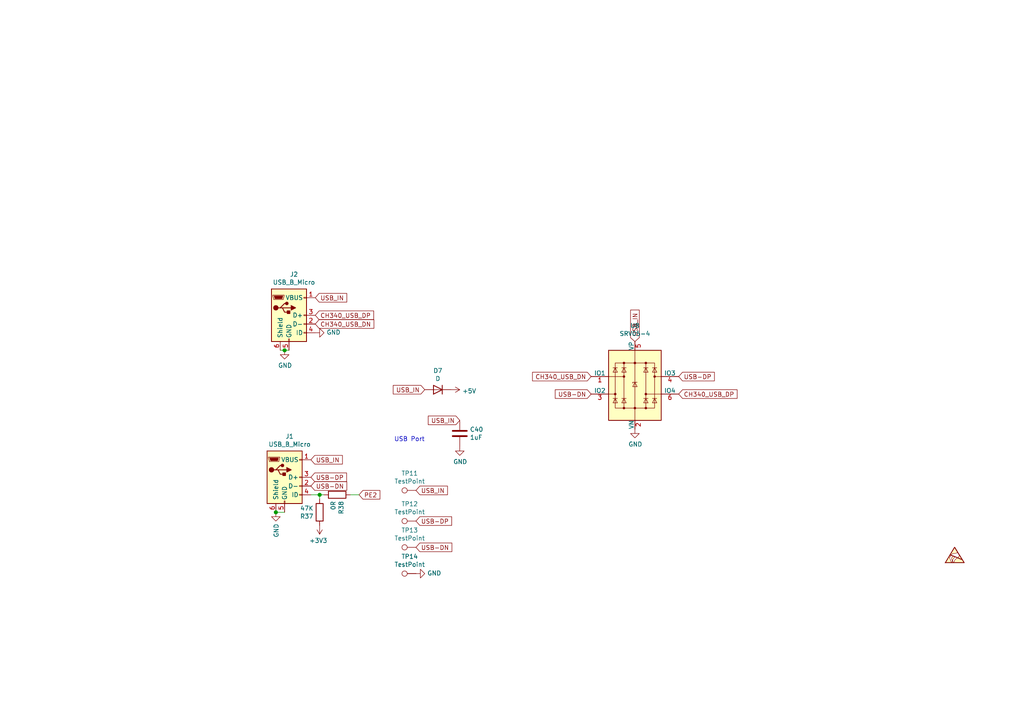
<source format=kicad_sch>
(kicad_sch (version 20210126) (generator eeschema)
  (paper "A4")
  (lib_symbols
    (symbol "Connector:TestPoint" (pin_numbers hide) (pin_names (offset 0.762) hide)
      (property "Reference" "TP" (at 0 6.858 0))
      (property "Value" "TestPoint" (at 0 5.08 0))
      (symbol "TestPoint_0_1"
        (circle (center 0 3.302) (radius 0.762))
      )
      (symbol "TestPoint_1_1"
        (pin passive line (at 0 0 90) (length 2.54) (name "1") (number "1"))
      )
    )
    (symbol "Connector:USB_B_Micro" (pin_names (offset 1.016))
      (property "Reference" "J" (at -5.08 11.43 0))
      (property "Value" "USB_B_Micro" (at -5.08 8.89 0))
      (symbol "USB_B_Micro_0_1"
        (circle (center -3.81 2.159) (radius 0.635) (stroke (width 0.254)) (fill (type outline)))
        (circle (center -0.635 3.429) (radius 0.381) (stroke (width 0.254)) (fill (type outline)))
        (rectangle (start -5.08 -7.62) (end 5.08 7.62) (stroke (width 0.254)) (fill (type background)))
        (rectangle (start -0.127 -7.62) (end 0.127 -6.858))
        (rectangle (start 0.254 1.27) (end -0.508 0.508) (stroke (width 0.254)) (fill (type outline)))
        (rectangle (start 5.08 -5.207) (end 4.318 -4.953))
        (rectangle (start 5.08 -2.667) (end 4.318 -2.413))
        (rectangle (start 5.08 -0.127) (end 4.318 0.127))
        (rectangle (start 5.08 4.953) (end 4.318 5.207))
        (polyline (pts (xy -1.905 2.159) (xy 0.635 2.159)) (stroke (width 0.254)))
        (polyline (pts (xy -3.175 2.159) (xy -2.54 2.159) (xy -1.27 3.429) (xy -0.635 3.429)) (stroke (width 0.254)))
        (polyline (pts (xy -2.54 2.159) (xy -1.905 2.159) (xy -1.27 0.889) (xy 0 0.889)) (stroke (width 0.254)))
        (polyline (pts (xy 0.635 2.794) (xy 0.635 1.524) (xy 1.905 2.159) (xy 0.635 2.794)) (stroke (width 0.254)) (fill (type outline)))
        (polyline (pts (xy -4.318 5.588) (xy -1.778 5.588) (xy -2.032 4.826) (xy -4.064 4.826) (xy -4.318 5.588)) (fill (type outline)))
        (polyline (pts (xy -4.699 5.842) (xy -4.699 5.588) (xy -4.445 4.826) (xy -4.445 4.572) (xy -1.651 4.572) (xy -1.651 4.826) (xy -1.397 5.588) (xy -1.397 5.842) (xy -4.699 5.842)))
      )
      (symbol "USB_B_Micro_1_1"
        (pin power_out line (at 7.62 5.08 180) (length 2.54) (name "VBUS") (number "1"))
        (pin bidirectional line (at 7.62 -2.54 180) (length 2.54) (name "D-") (number "2"))
        (pin bidirectional line (at 7.62 0 180) (length 2.54) (name "D+") (number "3"))
        (pin passive line (at 7.62 -5.08 180) (length 2.54) (name "ID") (number "4"))
        (pin power_out line (at 0 -10.16 90) (length 2.54) (name "GND") (number "5"))
        (pin passive line (at -2.54 -10.16 90) (length 2.54) (name "Shield") (number "6"))
      )
    )
    (symbol "Device:C" (pin_numbers hide) (pin_names (offset 0.254))
      (property "Reference" "C" (at 0.635 2.54 0))
      (property "Value" "C" (at 0.635 -2.54 0))
      (symbol "C_0_1"
        (polyline (pts (xy -2.032 -0.762) (xy 2.032 -0.762)) (stroke (width 0.508)))
        (polyline (pts (xy -2.032 0.762) (xy 2.032 0.762)) (stroke (width 0.508)))
      )
      (symbol "C_1_1"
        (pin passive line (at 0 3.81 270) (length 2.794) (name "~") (number "1"))
        (pin passive line (at 0 -3.81 90) (length 2.794) (name "~") (number "2"))
      )
    )
    (symbol "Device:D" (pin_numbers hide) (pin_names (offset 1.016) hide)
      (property "Reference" "D" (at 0 2.54 0))
      (property "Value" "D" (at 0 -2.54 0))
      (symbol "D_0_1"
        (polyline (pts (xy -1.27 1.27) (xy -1.27 -1.27)) (stroke (width 0.254)))
        (polyline (pts (xy 1.27 0) (xy -1.27 0)))
        (polyline (pts (xy 1.27 1.27) (xy 1.27 -1.27) (xy -1.27 0) (xy 1.27 1.27)) (stroke (width 0.254)))
      )
      (symbol "D_1_1"
        (pin passive line (at -3.81 0 0) (length 2.54) (name "K") (number "1"))
        (pin passive line (at 3.81 0 180) (length 2.54) (name "A") (number "2"))
      )
    )
    (symbol "Device:R" (pin_numbers hide) (pin_names (offset 0))
      (property "Reference" "R" (at 2.032 0 90))
      (property "Value" "R" (at 0 0 90))
      (symbol "R_0_1"
        (rectangle (start -1.016 -2.54) (end 1.016 2.54) (stroke (width 0.254)))
      )
      (symbol "R_1_1"
        (pin passive line (at 0 3.81 270) (length 1.27) (name "~") (number "1"))
        (pin passive line (at 0 -3.81 90) (length 1.27) (name "~") (number "2"))
      )
    )
    (symbol "Graphic:SYM_ESD_Small" (pin_names (offset 1.016))
      (symbol "SYM_ESD_Small_0_0"
        (polyline (pts (xy -1.27 0.381) (xy 2.159 -1.016)) (stroke (width 0.254)))
        (polyline (pts (xy -2.667 -1.905) (xy 2.794 -1.905) (xy 0 2.54) (xy -2.667 -1.905)) (stroke (width 0.254)))
        (polyline (pts (xy 2.7432 -1.905) (xy 2.7178 -1.8796) (xy 2.6162 -1.6764) (xy 2.5654 -1.6002) (xy 2.4892 -1.4986) (xy 2.4384 -1.3716) (xy 1.7526 -0.2286) (xy 1.7018 -0.127) (xy 1.6256 -0.0508) (xy 1.6002 0.0508) (xy 1.5494 0.1016) (xy 1.4986 0.2032) (xy 1.4732 0.2286) (xy 1.4732 0.2032) (xy 1.4478 0.2032) (xy 1.3208 0.0762) (xy 1.2954 0.0254) (xy 1.2954 -0.0254) (xy 1.27 -0.0762) (xy 1.2446 -0.1524) (xy 1.143 -0.254) (xy 1.0922 -0.3302) (xy 1.0414 -0.3556) (xy 0.9144 -0.4826) (xy 0.762 -0.5842) (xy 0.6604 -0.6604) (xy 0.508 -0.762) (xy 0.4572 -0.8128) (xy 0.3556 -0.8636) (xy 0.3048 -0.9144) (xy 0.2286 -0.9652) (xy 0.0762 -1.1938) (xy 0.0254 -1.2954) (xy -0.0254 -1.4224) (xy -0.0508 -1.4986) (xy -0.1016 -1.5748) (xy -0.127 -1.651) (xy -0.1778 -1.6764) (xy -0.2032 -1.7272) (xy -0.254 -1.7526) (xy -0.4064 -1.7526) (xy -0.4064 -1.7272) (xy -0.4572 -1.7018) (xy -0.4826 -1.6256) (xy -0.508 -1.524) (xy -0.508 -1.0922) (xy -0.4572 -0.889) (xy -0.4064 -0.8128) (xy -0.254 -0.6604) (xy -0.2032 -0.5842) (xy -0.127 -0.5334) (xy -0.1016 -0.4826) (xy -0.0762 -0.4064) (xy -0.0508 -0.3556) (xy -0.0254 -0.3302) (xy -0.0254 -0.2794) (xy 0 -0.2286) (xy -0.0762 -0.1524) (xy -0.127 -0.127) (xy -0.1524 -0.0762) (xy -0.2032 -0.0508) (xy -0.2286 -0.0254) (xy -0.254 -0.0254) (xy -0.3048 -0.0762) (xy -0.3556 -0.1016) (xy -0.4318 -0.127) (xy -0.4826 -0.1524) (xy -0.5588 -0.2286) (xy -0.6096 -0.254) (xy -0.8382 -0.4826) (xy -0.8128 -0.5588) (xy -0.7874 -0.5842) (xy -0.7874 -0.8636) (xy -0.8128 -0.889) (xy -0.8128 -0.9652) (xy -0.762 -1.016) (xy -0.762 -1.0414) (xy -0.6604 -1.2954) (xy -0.6604 -1.5748) (xy -0.6858 -1.6002) (xy -0.6858 -1.6256) (xy -0.7366 -1.7018) (xy -0.8382 -1.7526) (xy -0.9144 -1.7526) (xy -0.9398 -1.7272) (xy -0.9652 -1.6764) (xy -1.016 -1.6002) (xy -1.0414 -1.524) (xy -1.143 -1.27) (xy -1.2192 -1.0414) (xy -1.27 -0.9652) (xy -1.2954 -0.889) (xy -1.3208 -0.8382) (xy -1.3208 -0.8128) (xy -1.3716 -0.7112) (xy -1.397 -0.5842) (xy -1.397 -0.4826) (xy -1.3716 -0.381) (xy -1.3208 -0.254) (xy -1.2954 -0.2032) (xy -1.1938 -0.0508) (xy -1.0414 0.1524) (xy -0.9906 0.2032) (xy -0.9652 0.254) (xy -0.9144 0.3302) (xy -0.889 0.381) (xy -0.8636 0.381) (xy -0.8128 0.508) (xy -0.6096 0.7112) (xy -0.5334 0.7366) (xy -0.508 0.762) (xy -0.4318 0.762) (xy -0.3556 0.7874) (xy -0.2286 0.8128) (xy -0.1016 0.8128) (xy 0.0508 0.8382) (xy 0.2032 0.8382) (xy 0.3048 0.8636) (xy 0.4826 0.8636) (xy 0.5334 0.889) (xy 0.5842 0.889) (xy 0.6858 0.9398) (xy 0.7112 0.9652) (xy 0.762 0.9906) (xy 0.8128 1.0414) (xy 0.8636 1.0668) (xy 0.889 1.1176) (xy 0.9144 1.143) (xy 0.9144 1.1938) (xy 0.889 1.2192) (xy 0.8636 1.27) (xy 0.8128 1.3462) (xy 0.7112 1.5494) (xy 0.635 1.651) (xy 0.5842 1.7526) (xy 0.508 1.8796) (xy 0.4572 1.9558) (xy 0.381 2.0828) (xy 0.3048 2.1844) (xy 0.254 2.286) (xy 0.2032 2.3622) (xy 0.1778 2.4384) (xy 0.1016 2.5146) (xy 0.1016 2.54) (xy 0.0762 2.5654) (xy 0.0762 2.5908) (xy 0.0254 2.5908) (xy 0.0254 2.5654) (xy -0.0254 2.5146) (xy -0.1016 2.3622) (xy -0.254 2.1336) (xy -0.3048 2.032) (xy -0.4572 1.778) (xy -0.5588 1.6256) (xy -0.762 1.27) (xy -0.889 1.0668) (xy -1.016 0.8382) (xy -1.1684 0.6096) (xy -1.3208 0.3302) (xy -1.397 0.2032) (xy -1.524 -0.0254) (xy -1.778 -0.4318) (xy -1.8796 -0.635) (xy -2.0066 -0.8128) (xy -2.1082 -0.9906) (xy -2.2098 -1.143) (xy -2.286 -1.2954) (xy -2.4384 -1.5494) (xy -2.4892 -1.651) (xy -2.5654 -1.7526) (xy -2.5908 -1.8288) (xy -2.6162 -1.8796) (xy -2.6416 -1.905) (xy -2.6416 -1.9304) (xy 2.7432 -1.9304) (xy 2.7432 -1.905)) (stroke (width 0.127)) (fill (type background)))
      )
    )
    (symbol "Power_Protection:SRV05-4" (pin_names (offset 0))
      (property "Reference" "U" (at -5.08 11.43 0))
      (property "Value" "SRV05-4" (at 2.54 11.43 0))
      (symbol "SRV05-4_0_0"
        (rectangle (start -5.715 6.477) (end 5.715 -6.604))
        (polyline (pts (xy -3.175 -6.604) (xy -3.175 6.477)))
        (polyline (pts (xy 3.175 6.477) (xy 3.175 -6.604)))
      )
      (symbol "SRV05-4_0_1"
        (circle (center -5.715 -2.54) (radius 0.2794) (fill (type outline)))
        (circle (center -3.175 -6.604) (radius 0.2794) (fill (type outline)))
        (circle (center -3.175 2.54) (radius 0.2794) (fill (type outline)))
        (circle (center -3.175 6.477) (radius 0.2794) (fill (type outline)))
        (circle (center 0 -6.604) (radius 0.2794) (fill (type outline)))
        (circle (center 0 6.477) (radius 0.2794) (fill (type outline)))
        (circle (center 3.175 -6.604) (radius 0.2794) (fill (type outline)))
        (circle (center 3.175 -2.54) (radius 0.2794) (fill (type outline)))
        (circle (center 3.175 6.477) (radius 0.2794) (fill (type outline)))
        (circle (center 5.715 2.54) (radius 0.2794) (fill (type outline)))
        (rectangle (start -7.62 10.16) (end 7.62 -10.16) (stroke (width 0.254)) (fill (type background)))
        (polyline (pts (xy -7.747 2.54) (xy -3.175 2.54)))
        (polyline (pts (xy -7.62 -2.54) (xy -5.715 -2.54)))
        (polyline (pts (xy -5.08 -3.81) (xy -6.35 -3.81)))
        (polyline (pts (xy -5.08 5.08) (xy -6.35 5.08)))
        (polyline (pts (xy -2.54 -3.81) (xy -3.81 -3.81)))
        (polyline (pts (xy -2.54 5.08) (xy -3.81 5.08)))
        (polyline (pts (xy 0 10.16) (xy 0 -10.16)))
        (polyline (pts (xy 3.81 -3.81) (xy 2.54 -3.81)))
        (polyline (pts (xy 3.81 5.08) (xy 2.54 5.08)))
        (polyline (pts (xy 6.35 -3.81) (xy 5.08 -3.81)))
        (polyline (pts (xy 6.35 5.08) (xy 5.08 5.08)))
        (polyline (pts (xy 7.62 -2.54) (xy 3.175 -2.54)))
        (polyline (pts (xy 7.62 2.54) (xy 5.715 2.54)))
        (polyline (pts (xy 0.635 0.889) (xy -0.635 0.889) (xy -0.635 0.635)))
        (polyline (pts (xy -5.08 -5.08) (xy -6.35 -5.08) (xy -5.715 -3.81) (xy -5.08 -5.08)))
        (polyline (pts (xy -5.08 3.81) (xy -6.35 3.81) (xy -5.715 5.08) (xy -5.08 3.81)))
        (polyline (pts (xy -2.54 -5.08) (xy -3.81 -5.08) (xy -3.175 -3.81) (xy -2.54 -5.08)))
        (polyline (pts (xy -2.54 3.81) (xy -3.81 3.81) (xy -3.175 5.08) (xy -2.54 3.81)))
        (polyline (pts (xy 0.635 -0.381) (xy -0.635 -0.381) (xy 0 0.889) (xy 0.635 -0.381)))
        (polyline (pts (xy 3.81 -5.08) (xy 2.54 -5.08) (xy 3.175 -3.81) (xy 3.81 -5.08)))
        (polyline (pts (xy 3.81 3.81) (xy 2.54 3.81) (xy 3.175 5.08) (xy 3.81 3.81)))
        (polyline (pts (xy 6.35 -5.08) (xy 5.08 -5.08) (xy 5.715 -3.81) (xy 6.35 -5.08)))
        (polyline (pts (xy 6.35 3.81) (xy 5.08 3.81) (xy 5.715 5.08) (xy 6.35 3.81)))
      )
      (symbol "SRV05-4_1_1"
        (pin passive line (at -12.7 2.54 0) (length 5.08) (name "IO1") (number "1"))
        (pin passive line (at 0 -12.7 90) (length 2.54) (name "VN") (number "2"))
        (pin passive line (at -12.7 -2.54 0) (length 5.08) (name "IO2") (number "3"))
        (pin passive line (at 12.7 2.54 180) (length 5.08) (name "IO3") (number "4"))
        (pin passive line (at 0 12.7 270) (length 2.54) (name "VP") (number "5"))
        (pin passive line (at 12.7 -2.54 180) (length 5.08) (name "IO4") (number "6"))
      )
    )
    (symbol "power:+3V3" (power) (pin_names (offset 0))
      (property "Value" "+3V3" (at 0 3.556 0))
      (symbol "+3V3_0_1"
        (polyline (pts (xy -0.762 1.27) (xy 0 2.54)))
        (polyline (pts (xy 0 0) (xy 0 2.54)))
        (polyline (pts (xy 0 2.54) (xy 0.762 1.27)))
      )
      (symbol "+3V3_1_1"
        (pin power_in line (at 0 0 90) (length 0) hide (name "+3V3") (number "1"))
      )
    )
    (symbol "power:+5V" (power) (pin_names (offset 0))
      (property "Value" "+5V" (at 0 3.556 0))
      (symbol "+5V_0_1"
        (polyline (pts (xy -0.762 1.27) (xy 0 2.54)))
        (polyline (pts (xy 0 0) (xy 0 2.54)))
        (polyline (pts (xy 0 2.54) (xy 0.762 1.27)))
      )
      (symbol "+5V_1_1"
        (pin power_in line (at 0 0 90) (length 0) hide (name "+5V") (number "1"))
      )
    )
    (symbol "power:GND" (power) (pin_names (offset 0))
      (property "Value" "GND" (at 0 -3.81 0))
      (symbol "GND_0_1"
        (polyline (pts (xy 0 0) (xy 0 -1.27) (xy 1.27 -1.27) (xy 0 -2.54) (xy -1.27 -1.27) (xy 0 -1.27)))
      )
      (symbol "GND_1_1"
        (pin power_in line (at 0 0 270) (length 0) hide (name "GND") (number "1"))
      )
    )
  )
  (junction (at 80.01 148.59) (diameter 1.016))
  (junction (at 82.55 101.6) (diameter 1.016))
  (junction (at 92.71 143.51) (diameter 1.016))
  (wire (pts (xy 80.01 148.59) (xy 82.55 148.59)))
  (wire (pts (xy 82.55 101.6) (xy 81.28 101.6)))
  (wire (pts (xy 83.82 101.6) (xy 82.55 101.6)))
  (wire (pts (xy 92.71 143.51) (xy 90.17 143.51)))
  (wire (pts (xy 92.71 144.78) (xy 92.71 143.51)))
  (wire (pts (xy 93.98 143.51) (xy 92.71 143.51)))
  (wire (pts (xy 101.6 143.51) (xy 104.14 143.51)))
  (text "USB Port" (at 114.3 128.27 0) (effects (font (size 1.27 1.27)) (justify left bottom)))
  (global_label "USB_IN" (shape input) (at 90.17 133.35 0) (property "Intersheet References" "${INTERSHEET_REFS}" (effects hide)))
  (global_label "USB-DP" (shape input) (at 90.17 138.43 0) (property "Intersheet References" "${INTERSHEET_REFS}" (effects hide)))
  (global_label "USB-DN" (shape input) (at 90.17 140.97 0) (property "Intersheet References" "${INTERSHEET_REFS}" (effects hide)))
  (global_label "USB_IN" (shape input) (at 91.44 86.36 0) (property "Intersheet References" "${INTERSHEET_REFS}" (effects hide)))
  (global_label "CH340_USB_DP" (shape input) (at 91.44 91.44 0) (property "Intersheet References" "${INTERSHEET_REFS}" (effects hide)))
  (global_label "CH340_USB_DN" (shape input) (at 91.44 93.98 0) (property "Intersheet References" "${INTERSHEET_REFS}" (effects hide)))
  (global_label "PE2" (shape input) (at 104.14 143.51 0) (property "Intersheet References" "${INTERSHEET_REFS}" (effects hide)))
  (global_label "USB_IN" (shape input) (at 120.65 142.24 0) (property "Intersheet References" "${INTERSHEET_REFS}" (effects hide)))
  (global_label "USB-DP" (shape input) (at 120.65 151.13 0) (property "Intersheet References" "${INTERSHEET_REFS}" (effects hide)))
  (global_label "USB-DN" (shape input) (at 120.65 158.75 0) (property "Intersheet References" "${INTERSHEET_REFS}" (effects hide)))
  (global_label "USB_IN" (shape input) (at 123.19 113.03 180) (property "Intersheet References" "${INTERSHEET_REFS}" (effects hide)))
  (global_label "USB_IN" (shape input) (at 133.35 121.92 180) (property "Intersheet References" "${INTERSHEET_REFS}" (effects hide)))
  (global_label "CH340_USB_DN" (shape input) (at 171.45 109.22 180) (property "Intersheet References" "${INTERSHEET_REFS}" (effects hide)))
  (global_label "USB-DN" (shape input) (at 171.45 114.3 180) (property "Intersheet References" "${INTERSHEET_REFS}" (effects hide)))
  (global_label "USB_IN" (shape input) (at 184.15 99.06 90) (property "Intersheet References" "${INTERSHEET_REFS}" (effects hide)))
  (global_label "USB-DP" (shape input) (at 196.85 109.22 0) (property "Intersheet References" "${INTERSHEET_REFS}" (effects hide)))
  (global_label "CH340_USB_DP" (shape input) (at 196.85 114.3 0) (property "Intersheet References" "${INTERSHEET_REFS}" (effects hide)))
  (symbol (lib_id "Connector:TestPoint") (at 120.65 142.24 90) (unit 1)
    (property "Reference" "TP11" (at 118.8212 137.287 90))
    (property "Value" "TestPoint" (at 118.8212 139.5984 90))
    (property "Footprint" "TestPoint:TestPoint_Pad_D1.5mm" (effects hide))
  )
  (symbol (lib_id "Connector:TestPoint") (at 120.65 151.13 90) (unit 1)
    (property "Reference" "TP12" (at 118.8212 146.177 90))
    (property "Value" "TestPoint" (at 118.8212 148.4884 90))
    (property "Footprint" "TestPoint:TestPoint_Pad_D1.5mm" (effects hide))
  )
  (symbol (lib_id "Connector:TestPoint") (at 120.65 158.75 90) (unit 1)
    (property "Reference" "TP13" (at 118.8212 153.797 90))
    (property "Value" "TestPoint" (at 118.8212 156.1084 90))
    (property "Footprint" "TestPoint:TestPoint_Pad_D1.5mm" (effects hide))
  )
  (symbol (lib_id "Connector:TestPoint") (at 120.65 166.37 90) (unit 1)
    (property "Reference" "TP14" (at 118.8212 161.417 90))
    (property "Value" "TestPoint" (at 118.8212 163.7284 90))
    (property "Footprint" "TestPoint:TestPoint_Pad_D1.5mm" (effects hide))
  )
  (symbol (lib_id "power:+3V3") (at 92.71 152.4 180) (unit 1)
    (property "Reference" "#PWR0156" (effects hide))
    (property "Value" "+3V3" (at 92.329 156.7942 0))
  )
  (symbol (lib_id "power:+5V") (at 130.81 113.03 270) (unit 1)
    (property "Reference" "#PWR0117" (effects hide))
    (property "Value" "+5V" (at 134.0612 113.411 90) (effects (justify left)))
  )
  (symbol (lib_id "power:GND") (at 80.01 148.59 0) (unit 1)
    (property "Reference" "#PWR0158" (effects hide))
    (property "Value" "GND" (at 80.137 151.8412 90) (effects (justify right)))
  )
  (symbol (lib_id "power:GND") (at 82.55 101.6 0) (unit 1)
    (property "Reference" "#PWR0119" (effects hide))
    (property "Value" "GND" (at 82.677 105.9942 0))
  )
  (symbol (lib_id "power:GND") (at 91.44 96.52 90) (unit 1)
    (property "Reference" "#PWR0118" (effects hide))
    (property "Value" "GND" (at 94.6912 96.393 90) (effects (justify right)))
  )
  (symbol (lib_id "power:GND") (at 120.65 166.37 90) (unit 1)
    (property "Reference" "#PWR0190" (effects hide))
    (property "Value" "GND" (at 123.9012 166.243 90) (effects (justify right)))
  )
  (symbol (lib_id "power:GND") (at 133.35 129.54 0) (unit 1)
    (property "Reference" "#PWR0192" (effects hide))
    (property "Value" "GND" (at 133.477 133.9342 0))
  )
  (symbol (lib_id "power:GND") (at 184.15 124.46 0) (unit 1)
    (property "Reference" "#PWR0157" (effects hide))
    (property "Value" "GND" (at 184.277 128.8542 0))
  )
  (symbol (lib_id "Device:R") (at 92.71 148.59 180) (unit 1)
    (property "Reference" "R37" (at 90.932 149.7584 0) (effects (justify left)))
    (property "Value" "47K" (at 90.932 147.447 0) (effects (justify left)))
    (property "Footprint" "Resistor_SMD:R_0603_1608Metric" (effects hide))
  )
  (symbol (lib_id "Device:R") (at 97.79 143.51 270) (unit 1)
    (property "Reference" "R38" (at 98.9584 145.288 0) (effects (justify left)))
    (property "Value" "0R" (at 96.647 145.288 0) (effects (justify left)))
    (property "Footprint" "Resistor_SMD:R_0603_1608Metric" (effects hide))
  )
  (symbol (lib_id "Device:D") (at 127 113.03 180) (unit 1)
    (property "Reference" "D7" (at 127 107.5182 0))
    (property "Value" "D" (at 127 109.8296 0))
    (property "Footprint" "Diode_SMD:D_1206_3216Metric" (effects hide))
  )
  (symbol (lib_id "Graphic:SYM_ESD_Small") (at 276.86 161.29 0) (unit 1)
    (property "Reference" "#SYM1" (effects hide))
    (property "Value" "SYM_ESD_Small" (effects hide))
  )
  (symbol (lib_id "Device:C") (at 133.35 125.73 0) (unit 1)
    (property "Reference" "C40" (at 136.271 124.5616 0) (effects (justify left)))
    (property "Value" "1uF" (at 136.271 126.873 0) (effects (justify left)))
    (property "Footprint" "Capacitor_SMD:C_0603_1608Metric" (effects hide))
  )
  (symbol (lib_id "Connector:USB_B_Micro") (at 82.55 138.43 0) (unit 1)
    (property "Reference" "J1" (at 83.9978 126.5682 0))
    (property "Value" "USB_B_Micro" (at 83.9978 128.8796 0))
    (property "Footprint" "Connector_USB:USB_Micro-B_Molex-105017-0001" (effects hide))
  )
  (symbol (lib_id "Connector:USB_B_Micro") (at 83.82 91.44 0) (unit 1)
    (property "Reference" "J2" (at 85.2678 79.5782 0))
    (property "Value" "USB_B_Micro" (at 85.2678 81.8896 0))
    (property "Footprint" "Connector_USB:USB_Micro-B_Molex-105017-0001" (effects hide))
  )
  (symbol (lib_id "Power_Protection:SRV05-4") (at 184.15 111.76 0) (unit 1)
    (property "Reference" "U8" (at 184.15 94.4626 0))
    (property "Value" "SRV05-4" (at 184.15 96.774 0))
    (property "Footprint" "Package_TO_SOT_SMD:SOT-23-6" (effects hide))
    (property "Datasheet" "http://www.onsemi.com/pub/Collateral/SRV05-4-D.PDF" (effects hide))
  )
)
</source>
